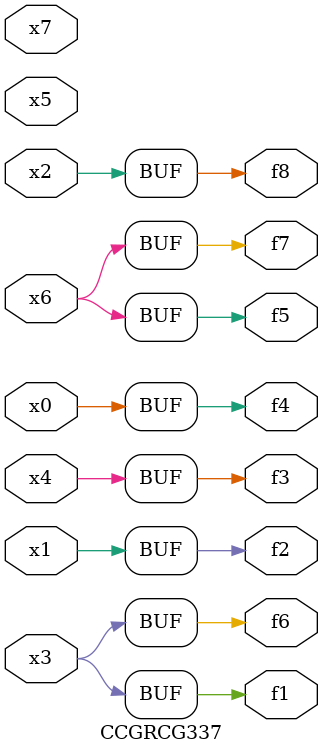
<source format=v>
module CCGRCG337(
	input x0, x1, x2, x3, x4, x5, x6, x7,
	output f1, f2, f3, f4, f5, f6, f7, f8
);
	assign f1 = x3;
	assign f2 = x1;
	assign f3 = x4;
	assign f4 = x0;
	assign f5 = x6;
	assign f6 = x3;
	assign f7 = x6;
	assign f8 = x2;
endmodule

</source>
